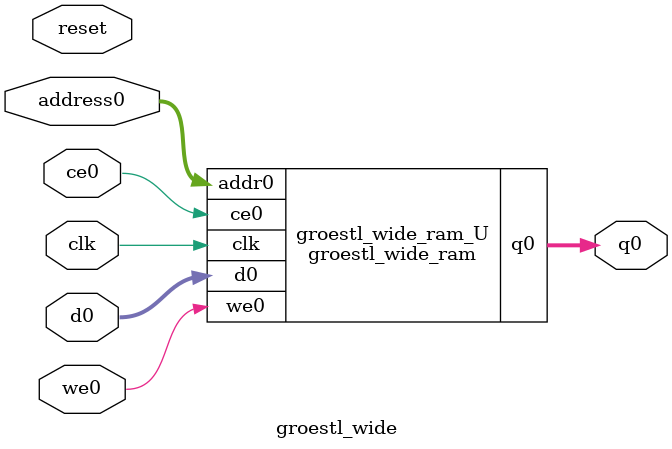
<source format=v>

`timescale 1 ns / 1 ps
module groestl_wide_ram (addr0, ce0, d0, we0, q0,  clk);

parameter DWIDTH = 64;
parameter AWIDTH = 4;
parameter MEM_SIZE = 16;

input[AWIDTH-1:0] addr0;
input ce0;
input[DWIDTH-1:0] d0;
input we0;
output reg[DWIDTH-1:0] q0;
input clk;

(* ram_style = "block" *)reg [DWIDTH-1:0] ram[0:MEM_SIZE-1];




always @(posedge clk)  
begin 
    if (ce0) 
    begin
        if (we0) 
        begin 
            ram[addr0] <= d0; 
            q0 <= d0;
        end 
        else 
            q0 <= ram[addr0];
    end
end


endmodule


`timescale 1 ns / 1 ps
module groestl_wide(
    reset,
    clk,
    address0,
    ce0,
    we0,
    d0,
    q0);

parameter DataWidth = 32'd64;
parameter AddressRange = 32'd16;
parameter AddressWidth = 32'd4;
input reset;
input clk;
input[AddressWidth - 1:0] address0;
input ce0;
input we0;
input[DataWidth - 1:0] d0;
output[DataWidth - 1:0] q0;



groestl_wide_ram groestl_wide_ram_U(
    .clk( clk ),
    .addr0( address0 ),
    .ce0( ce0 ),
    .d0( d0 ),
    .we0( we0 ),
    .q0( q0 ));

endmodule


</source>
